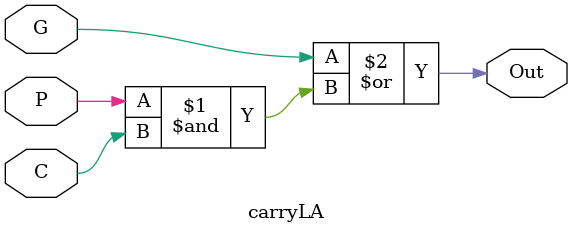
<source format=v>
module carryLA(G, P, C, Out);
    input G, P, C;
    output Out;

    assign Out = G | (P & C);
endmodule

</source>
